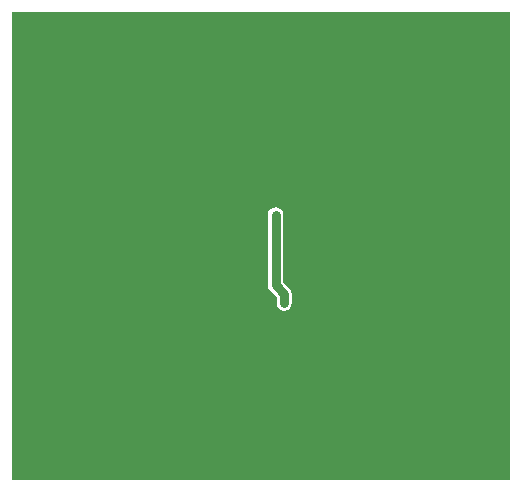
<source format=gbl>
G04*
G04 #@! TF.GenerationSoftware,Altium Limited,Altium Designer,22.7.1 (60)*
G04*
G04 Layer_Physical_Order=2*
G04 Layer_Color=16711680*
%FSLAX44Y44*%
%MOMM*%
G71*
G04*
G04 #@! TF.SameCoordinates,592D77DD-D8C5-47A4-952F-68E34D40BC98*
G04*
G04*
G04 #@! TF.FilePolarity,Positive*
G04*
G01*
G75*
%ADD37C,0.7620*%
%ADD38C,0.5588*%
G36*
X1223518Y498348D02*
X802132D01*
Y895096D01*
X1223518D01*
Y498348D01*
D02*
G37*
%LPC*%
G36*
X1024890Y729612D02*
X1022412Y729120D01*
X1020312Y727716D01*
X1018908Y725616D01*
X1018416Y723138D01*
Y716788D01*
Y663448D01*
X1018908Y660970D01*
X1020312Y658870D01*
X1025782Y653400D01*
Y648208D01*
X1026274Y645730D01*
X1027678Y643630D01*
X1029778Y642226D01*
X1032256Y641734D01*
X1034734Y642226D01*
X1036834Y643630D01*
X1038238Y645730D01*
X1038730Y648208D01*
Y656082D01*
X1038238Y658560D01*
X1036834Y660660D01*
X1031364Y666130D01*
Y716788D01*
Y723138D01*
X1030872Y725616D01*
X1029468Y727716D01*
X1027368Y729120D01*
X1024890Y729612D01*
D02*
G37*
%LPD*%
D37*
Y716788D02*
Y723138D01*
Y663448D02*
Y716788D01*
Y663448D02*
X1032256Y656082D01*
Y648208D02*
Y656082D01*
D38*
X1193800Y863600D02*
D03*
X1206500Y838200D02*
D03*
Y787400D02*
D03*
Y736600D02*
D03*
Y685800D02*
D03*
Y635000D02*
D03*
Y584200D02*
D03*
X1193800Y558800D02*
D03*
X1206500Y533400D02*
D03*
X1193800Y508000D02*
D03*
X1168400Y863600D02*
D03*
Y558800D02*
D03*
X1181100Y533400D02*
D03*
X1168400Y508000D02*
D03*
X1143000Y863600D02*
D03*
Y812800D02*
D03*
Y762000D02*
D03*
Y711200D02*
D03*
Y660400D02*
D03*
Y558800D02*
D03*
X1155700Y533400D02*
D03*
X1143000Y508000D02*
D03*
X1117600Y863600D02*
D03*
Y812800D02*
D03*
Y762000D02*
D03*
Y711200D02*
D03*
Y660400D02*
D03*
X1130300Y635000D02*
D03*
X1117600Y558800D02*
D03*
X1130300Y533400D02*
D03*
X1117600Y508000D02*
D03*
X1092200Y863600D02*
D03*
Y711200D02*
D03*
Y660400D02*
D03*
X1104900Y584200D02*
D03*
X1092200Y558800D02*
D03*
X1104900Y533400D02*
D03*
X1092200Y508000D02*
D03*
X1066800Y863600D02*
D03*
Y609600D02*
D03*
X1079500Y584200D02*
D03*
X1066800Y558800D02*
D03*
X1079500Y533400D02*
D03*
X1066800Y508000D02*
D03*
X1041400Y863600D02*
D03*
Y609600D02*
D03*
X1054100Y584200D02*
D03*
X1041400Y558800D02*
D03*
X1054100Y533400D02*
D03*
X1041400Y508000D02*
D03*
X1016000Y863600D02*
D03*
X1028700Y635000D02*
D03*
X1016000Y558800D02*
D03*
X1028700Y533400D02*
D03*
X1016000Y508000D02*
D03*
X990600Y863600D02*
D03*
X1003300Y533400D02*
D03*
X990600Y508000D02*
D03*
X965200Y863600D02*
D03*
X977900Y838200D02*
D03*
X965200Y812800D02*
D03*
X977900Y787400D02*
D03*
X965200Y762000D02*
D03*
X977900Y685800D02*
D03*
X965200Y508000D02*
D03*
X939800Y863600D02*
D03*
X952500Y838200D02*
D03*
X939800Y812800D02*
D03*
Y762000D02*
D03*
X952500Y685800D02*
D03*
X939800Y508000D02*
D03*
X914400Y863600D02*
D03*
X927100Y838200D02*
D03*
X914400Y812800D02*
D03*
X927100Y787400D02*
D03*
X914400Y762000D02*
D03*
X927100Y685800D02*
D03*
X914400Y660400D02*
D03*
Y508000D02*
D03*
X889000Y863600D02*
D03*
X901700Y838200D02*
D03*
X889000Y812800D02*
D03*
Y762000D02*
D03*
X901700Y685800D02*
D03*
X889000Y660400D02*
D03*
Y508000D02*
D03*
X863600Y863600D02*
D03*
X876300Y838200D02*
D03*
X863600Y812800D02*
D03*
X876300Y787400D02*
D03*
X863600Y762000D02*
D03*
X876300Y685800D02*
D03*
X863600Y660400D02*
D03*
X876300Y635000D02*
D03*
Y584200D02*
D03*
X863600Y558800D02*
D03*
X876300Y533400D02*
D03*
X863600Y508000D02*
D03*
X838200Y863600D02*
D03*
X850900Y838200D02*
D03*
X838200Y812800D02*
D03*
Y762000D02*
D03*
X850900Y685800D02*
D03*
X838200Y660400D02*
D03*
X850900Y635000D02*
D03*
Y584200D02*
D03*
Y533400D02*
D03*
X838200Y508000D02*
D03*
X812800Y863600D02*
D03*
X825500Y838200D02*
D03*
X812800Y812800D02*
D03*
X825500Y787400D02*
D03*
X812800Y762000D02*
D03*
X825500Y736600D02*
D03*
X812800Y711200D02*
D03*
X825500Y685800D02*
D03*
X812800Y660400D02*
D03*
X825500Y635000D02*
D03*
Y584200D02*
D03*
X812800Y508000D02*
D03*
X1112012Y858266D02*
D03*
X1130046Y840232D02*
D03*
X1111250Y824230D02*
D03*
X1111758Y807974D02*
D03*
X1130046Y791718D02*
D03*
X1112012Y774954D02*
D03*
X1110996Y757682D02*
D03*
X1130046Y740918D02*
D03*
X1111504Y723392D02*
D03*
X1130046Y696722D02*
D03*
X1129792Y687578D02*
D03*
Y678434D02*
D03*
X1073404Y617982D02*
D03*
X1065276Y626618D02*
D03*
X1056640Y634492D02*
D03*
X1048004Y642620D02*
D03*
X1112266Y632460D02*
D03*
X1102868Y642366D02*
D03*
X1093216Y650748D02*
D03*
X1084580Y659384D02*
D03*
X1076960Y666750D02*
D03*
X1072134Y674624D02*
D03*
X1074166Y718566D02*
D03*
X1062482D02*
D03*
X1052068D02*
D03*
X1043432Y651256D02*
D03*
Y659892D02*
D03*
X948182Y640334D02*
D03*
X936244Y653034D02*
D03*
X947674Y664972D02*
D03*
X964692Y799084D02*
D03*
X956056D02*
D03*
X946658D02*
D03*
X912876Y799338D02*
D03*
X904240Y799592D02*
D03*
X895096D02*
D03*
X860806Y799846D02*
D03*
X851916Y799592D02*
D03*
X842772Y799846D02*
D03*
X1059688Y800100D02*
D03*
X1017016Y802132D02*
D03*
X1057656Y764794D02*
D03*
X1017524Y765048D02*
D03*
X1074166Y748538D02*
D03*
X1038352Y747776D02*
D03*
X997204Y747522D02*
D03*
X1073404Y783590D02*
D03*
X1037590Y783336D02*
D03*
X998728Y783590D02*
D03*
X1074166Y818134D02*
D03*
X1037844Y817626D02*
D03*
X997458Y817118D02*
D03*
X1094232Y849630D02*
D03*
X1094486Y842010D02*
D03*
X1094740Y833120D02*
D03*
X1093724Y798068D02*
D03*
X1093978Y789940D02*
D03*
Y781812D02*
D03*
X1094486Y747776D02*
D03*
X1094232Y739140D02*
D03*
Y731012D02*
D03*
X1092454Y695198D02*
D03*
Y687070D02*
D03*
X1092708Y678688D02*
D03*
X1037336Y722884D02*
D03*
Y715772D02*
D03*
X1037590Y681736D02*
D03*
X810768Y567436D02*
D03*
X821182Y567690D02*
D03*
X821436Y537972D02*
D03*
X810514Y537718D02*
D03*
Y547878D02*
D03*
Y557276D02*
D03*
X1024890Y716788D02*
D03*
Y723138D02*
D03*
X1032256Y648208D02*
D03*
Y656082D02*
D03*
M02*

</source>
